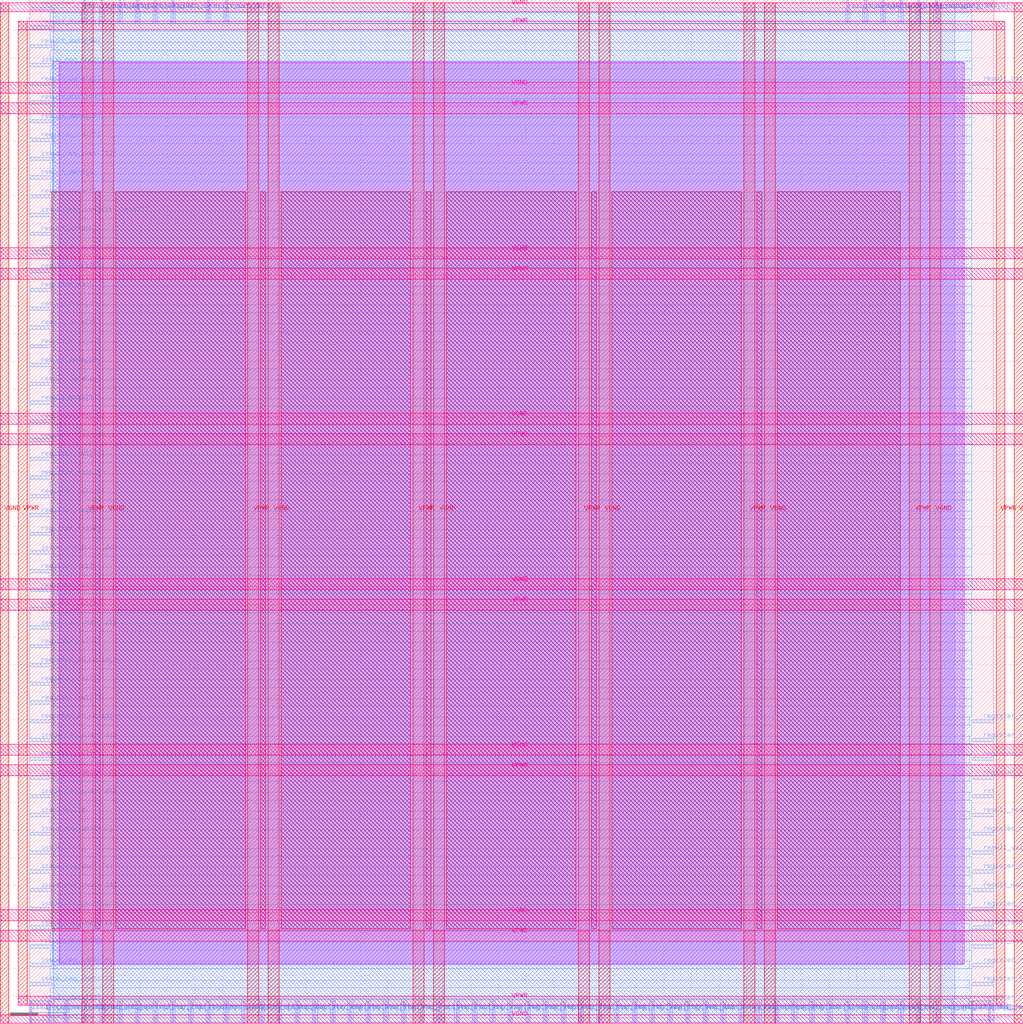
<source format=lef>
VERSION 5.7 ;
  NOWIREEXTENSIONATPIN ON ;
  DIVIDERCHAR "/" ;
  BUSBITCHARS "[]" ;
MACRO cvxif_pau
  CLASS BLOCK ;
  FOREIGN cvxif_pau ;
  ORIGIN 0.000 0.000 ;
  SIZE 174.860 BY 185.580 ;
  PIN VGND
    DIRECTION INOUT ;
    USE GROUND ;
    PORT
      LAYER met4 ;
        RECT -5.380 -0.020 -3.780 184.980 ;
    END
    PORT
      LAYER met5 ;
        RECT -5.380 -0.020 180.180 1.580 ;
    END
    PORT
      LAYER met5 ;
        RECT -5.380 183.380 180.180 184.980 ;
    END
    PORT
      LAYER met4 ;
        RECT 178.580 -0.020 180.180 184.980 ;
    END
    PORT
      LAYER met4 ;
        RECT 13.220 -0.020 15.220 184.980 ;
    END
    PORT
      LAYER met4 ;
        RECT 43.220 -0.020 45.220 184.980 ;
    END
    PORT
      LAYER met4 ;
        RECT 73.220 -0.020 75.220 184.980 ;
    END
    PORT
      LAYER met4 ;
        RECT 103.220 -0.020 105.220 184.980 ;
    END
    PORT
      LAYER met4 ;
        RECT 133.220 -0.020 135.220 184.980 ;
    END
    PORT
      LAYER met4 ;
        RECT 163.220 -0.020 165.220 184.980 ;
    END
    PORT
      LAYER met5 ;
        RECT -5.380 18.580 180.180 20.580 ;
    END
    PORT
      LAYER met5 ;
        RECT -5.380 48.580 180.180 50.580 ;
    END
    PORT
      LAYER met5 ;
        RECT -5.380 78.580 180.180 80.580 ;
    END
    PORT
      LAYER met5 ;
        RECT -5.380 108.580 180.180 110.580 ;
    END
    PORT
      LAYER met5 ;
        RECT -5.380 138.580 180.180 140.580 ;
    END
    PORT
      LAYER met5 ;
        RECT -5.380 168.580 180.180 170.580 ;
    END
  END VGND
  PIN VPWR
    DIRECTION INOUT ;
    USE POWER ;
    PORT
      LAYER met4 ;
        RECT -2.080 3.280 -0.480 181.680 ;
    END
    PORT
      LAYER met5 ;
        RECT -2.080 3.280 176.880 4.880 ;
    END
    PORT
      LAYER met5 ;
        RECT -2.080 180.080 176.880 181.680 ;
    END
    PORT
      LAYER met4 ;
        RECT 175.280 3.280 176.880 181.680 ;
    END
    PORT
      LAYER met4 ;
        RECT 9.520 -0.020 11.520 184.980 ;
    END
    PORT
      LAYER met4 ;
        RECT 39.520 -0.020 41.520 184.980 ;
    END
    PORT
      LAYER met4 ;
        RECT 69.520 -0.020 71.520 184.980 ;
    END
    PORT
      LAYER met4 ;
        RECT 99.520 -0.020 101.520 184.980 ;
    END
    PORT
      LAYER met4 ;
        RECT 129.520 -0.020 131.520 184.980 ;
    END
    PORT
      LAYER met4 ;
        RECT 159.520 -0.020 161.520 184.980 ;
    END
    PORT
      LAYER met5 ;
        RECT -5.380 14.880 180.180 16.880 ;
    END
    PORT
      LAYER met5 ;
        RECT -5.380 44.880 180.180 46.880 ;
    END
    PORT
      LAYER met5 ;
        RECT -5.380 74.880 180.180 76.880 ;
    END
    PORT
      LAYER met5 ;
        RECT -5.380 104.880 180.180 106.880 ;
    END
    PORT
      LAYER met5 ;
        RECT -5.380 134.880 180.180 136.880 ;
    END
    PORT
      LAYER met5 ;
        RECT -5.380 164.880 180.180 166.880 ;
    END
  END VPWR
  PIN clk
    DIRECTION INPUT ;
    USE SIGNAL ;
    ANTENNAGATEAREA 0.852000 ;
    PORT
      LAYER met2 ;
        RECT 16.190 0.000 16.470 4.000 ;
    END
  END clk
  PIN issue_ready
    DIRECTION OUTPUT ;
    USE SIGNAL ;
    ANTENNADIFFAREA 0.340600 ;
    PORT
      LAYER met3 ;
        RECT 0.000 30.640 4.000 31.240 ;
    END
  END issue_ready
  PIN issue_req_instr[0]
    DIRECTION INPUT ;
    USE SIGNAL ;
    ANTENNAGATEAREA 0.196500 ;
    PORT
      LAYER met3 ;
        RECT 0.000 17.040 4.000 17.640 ;
    END
  END issue_req_instr[0]
  PIN issue_req_instr[10]
    DIRECTION INPUT ;
    USE SIGNAL ;
    PORT
      LAYER met2 ;
        RECT 170.750 0.000 171.030 4.000 ;
    END
  END issue_req_instr[10]
  PIN issue_req_instr[11]
    DIRECTION INPUT ;
    USE SIGNAL ;
    PORT
      LAYER met2 ;
        RECT 154.650 0.000 154.930 4.000 ;
    END
  END issue_req_instr[11]
  PIN issue_req_instr[12]
    DIRECTION INPUT ;
    USE SIGNAL ;
    ANTENNAGATEAREA 0.126000 ;
    PORT
      LAYER met3 ;
        RECT 0.000 156.440 4.000 157.040 ;
    END
  END issue_req_instr[12]
  PIN issue_req_instr[13]
    DIRECTION INPUT ;
    USE SIGNAL ;
    ANTENNAGATEAREA 0.196500 ;
    PORT
      LAYER met3 ;
        RECT 0.000 71.440 4.000 72.040 ;
    END
  END issue_req_instr[13]
  PIN issue_req_instr[14]
    DIRECTION INPUT ;
    USE SIGNAL ;
    ANTENNAGATEAREA 0.196500 ;
    PORT
      LAYER met3 ;
        RECT 0.000 23.840 4.000 24.440 ;
    END
  END issue_req_instr[14]
  PIN issue_req_instr[15]
    DIRECTION INPUT ;
    USE SIGNAL ;
    PORT
      LAYER met2 ;
        RECT 148.210 0.000 148.490 4.000 ;
    END
  END issue_req_instr[15]
  PIN issue_req_instr[16]
    DIRECTION INPUT ;
    USE SIGNAL ;
    PORT
      LAYER met2 ;
        RECT 164.310 0.000 164.590 4.000 ;
    END
  END issue_req_instr[16]
  PIN issue_req_instr[17]
    DIRECTION INPUT ;
    USE SIGNAL ;
    PORT
      LAYER met2 ;
        RECT 144.990 0.000 145.270 4.000 ;
    END
  END issue_req_instr[17]
  PIN issue_req_instr[18]
    DIRECTION INPUT ;
    USE SIGNAL ;
    PORT
      LAYER met2 ;
        RECT 29.070 0.000 29.350 4.000 ;
    END
  END issue_req_instr[18]
  PIN issue_req_instr[19]
    DIRECTION INPUT ;
    USE SIGNAL ;
    PORT
      LAYER met2 ;
        RECT 38.730 0.000 39.010 4.000 ;
    END
  END issue_req_instr[19]
  PIN issue_req_instr[1]
    DIRECTION INPUT ;
    USE SIGNAL ;
    ANTENNAGATEAREA 0.196500 ;
    PORT
      LAYER met3 ;
        RECT 0.000 6.840 4.000 7.440 ;
    END
  END issue_req_instr[1]
  PIN issue_req_instr[20]
    DIRECTION INPUT ;
    USE SIGNAL ;
    PORT
      LAYER met2 ;
        RECT 0.090 0.000 0.370 4.000 ;
    END
  END issue_req_instr[20]
  PIN issue_req_instr[21]
    DIRECTION INPUT ;
    USE SIGNAL ;
    PORT
      LAYER met2 ;
        RECT 161.090 0.000 161.370 4.000 ;
    END
  END issue_req_instr[21]
  PIN issue_req_instr[22]
    DIRECTION INPUT ;
    USE SIGNAL ;
    PORT
      LAYER met2 ;
        RECT 6.530 0.000 6.810 4.000 ;
    END
  END issue_req_instr[22]
  PIN issue_req_instr[23]
    DIRECTION INPUT ;
    USE SIGNAL ;
    PORT
      LAYER met2 ;
        RECT 35.510 0.000 35.790 4.000 ;
    END
  END issue_req_instr[23]
  PIN issue_req_instr[24]
    DIRECTION INPUT ;
    USE SIGNAL ;
    PORT
      LAYER met2 ;
        RECT 128.890 0.000 129.170 4.000 ;
    END
  END issue_req_instr[24]
  PIN issue_req_instr[25]
    DIRECTION INPUT ;
    USE SIGNAL ;
    PORT
      LAYER met2 ;
        RECT 125.670 0.000 125.950 4.000 ;
    END
  END issue_req_instr[25]
  PIN issue_req_instr[26]
    DIRECTION INPUT ;
    USE SIGNAL ;
    PORT
      LAYER met2 ;
        RECT 157.870 0.000 158.150 4.000 ;
    END
  END issue_req_instr[26]
  PIN issue_req_instr[27]
    DIRECTION INPUT ;
    USE SIGNAL ;
    ANTENNAGATEAREA 0.196500 ;
    PORT
      LAYER met3 ;
        RECT 0.000 40.840 4.000 41.440 ;
    END
  END issue_req_instr[27]
  PIN issue_req_instr[28]
    DIRECTION INPUT ;
    USE SIGNAL ;
    ANTENNAGATEAREA 0.196500 ;
    PORT
      LAYER met3 ;
        RECT 0.000 173.440 4.000 174.040 ;
    END
  END issue_req_instr[28]
  PIN issue_req_instr[29]
    DIRECTION INPUT ;
    USE SIGNAL ;
    ANTENNAGATEAREA 0.196500 ;
    PORT
      LAYER met3 ;
        RECT 0.000 85.040 4.000 85.640 ;
    END
  END issue_req_instr[29]
  PIN issue_req_instr[2]
    DIRECTION INPUT ;
    USE SIGNAL ;
    ANTENNAGATEAREA 0.196500 ;
    PORT
      LAYER met3 ;
        RECT 0.000 139.440 4.000 140.040 ;
    END
  END issue_req_instr[2]
  PIN issue_req_instr[30]
    DIRECTION INPUT ;
    USE SIGNAL ;
    ANTENNAGATEAREA 0.196500 ;
    PORT
      LAYER met3 ;
        RECT 0.000 44.240 4.000 44.840 ;
    END
  END issue_req_instr[30]
  PIN issue_req_instr[31]
    DIRECTION INPUT ;
    USE SIGNAL ;
    ANTENNAGATEAREA 0.196500 ;
    PORT
      LAYER met3 ;
        RECT 0.000 51.040 4.000 51.640 ;
    END
  END issue_req_instr[31]
  PIN issue_req_instr[3]
    DIRECTION INPUT ;
    USE SIGNAL ;
    ANTENNAGATEAREA 0.196500 ;
    PORT
      LAYER met3 ;
        RECT 0.000 34.040 4.000 34.640 ;
    END
  END issue_req_instr[3]
  PIN issue_req_instr[4]
    DIRECTION INPUT ;
    USE SIGNAL ;
    ANTENNAGATEAREA 0.196500 ;
    PORT
      LAYER met3 ;
        RECT 0.000 27.240 4.000 27.840 ;
    END
  END issue_req_instr[4]
  PIN issue_req_instr[5]
    DIRECTION INPUT ;
    USE SIGNAL ;
    ANTENNAGATEAREA 0.196500 ;
    PORT
      LAYER met3 ;
        RECT 0.000 10.240 4.000 10.840 ;
    END
  END issue_req_instr[5]
  PIN issue_req_instr[6]
    DIRECTION INPUT ;
    USE SIGNAL ;
    ANTENNAGATEAREA 0.196500 ;
    PORT
      LAYER met3 ;
        RECT 0.000 0.040 4.000 0.640 ;
    END
  END issue_req_instr[6]
  PIN issue_req_instr[7]
    DIRECTION INPUT ;
    USE SIGNAL ;
    PORT
      LAYER met2 ;
        RECT 173.970 0.000 174.250 4.000 ;
    END
  END issue_req_instr[7]
  PIN issue_req_instr[8]
    DIRECTION INPUT ;
    USE SIGNAL ;
    PORT
      LAYER met2 ;
        RECT 12.970 0.000 13.250 4.000 ;
    END
  END issue_req_instr[8]
  PIN issue_req_instr[9]
    DIRECTION INPUT ;
    USE SIGNAL ;
    PORT
      LAYER met2 ;
        RECT 9.750 0.000 10.030 4.000 ;
    END
  END issue_req_instr[9]
  PIN issue_resp_accept
    DIRECTION OUTPUT ;
    USE SIGNAL ;
    ANTENNADIFFAREA 0.340600 ;
    PORT
      LAYER met3 ;
        RECT 0.000 20.440 4.000 21.040 ;
    END
  END issue_resp_accept
  PIN issue_resp_register_read[0]
    DIRECTION OUTPUT ;
    USE SIGNAL ;
    PORT
      LAYER met2 ;
        RECT 157.870 181.580 158.150 185.580 ;
    END
  END issue_resp_register_read[0]
  PIN issue_resp_register_read[1]
    DIRECTION OUTPUT ;
    USE SIGNAL ;
    ANTENNADIFFAREA 0.340600 ;
    PORT
      LAYER met3 ;
        RECT 0.000 146.240 4.000 146.840 ;
    END
  END issue_resp_register_read[1]
  PIN issue_resp_writeback
    DIRECTION OUTPUT ;
    USE SIGNAL ;
    PORT
      LAYER met3 ;
        RECT 170.860 17.040 174.860 17.640 ;
    END
  END issue_resp_writeback
  PIN issue_valid
    DIRECTION INPUT ;
    USE SIGNAL ;
    ANTENNAGATEAREA 0.196500 ;
    PORT
      LAYER met3 ;
        RECT 0.000 37.440 4.000 38.040 ;
    END
  END issue_valid
  PIN register_ready
    DIRECTION OUTPUT ;
    USE SIGNAL ;
    PORT
      LAYER met3 ;
        RECT 0.000 183.640 4.000 184.240 ;
    END
  END register_ready
  PIN register_rs0[0]
    DIRECTION INPUT ;
    USE SIGNAL ;
    ANTENNAGATEAREA 0.196500 ;
    PORT
      LAYER met2 ;
        RECT 64.490 0.000 64.770 4.000 ;
    END
  END register_rs0[0]
  PIN register_rs0[10]
    DIRECTION INPUT ;
    USE SIGNAL ;
    ANTENNAGATEAREA 0.196500 ;
    PORT
      LAYER met2 ;
        RECT 87.030 0.000 87.310 4.000 ;
    END
  END register_rs0[10]
  PIN register_rs0[11]
    DIRECTION INPUT ;
    USE SIGNAL ;
    ANTENNAGATEAREA 0.196500 ;
    PORT
      LAYER met2 ;
        RECT 90.250 0.000 90.530 4.000 ;
    END
  END register_rs0[11]
  PIN register_rs0[12]
    DIRECTION INPUT ;
    USE SIGNAL ;
    ANTENNAGATEAREA 0.196500 ;
    PORT
      LAYER met2 ;
        RECT 74.150 0.000 74.430 4.000 ;
    END
  END register_rs0[12]
  PIN register_rs0[13]
    DIRECTION INPUT ;
    USE SIGNAL ;
    ANTENNAGATEAREA 0.196500 ;
    PORT
      LAYER met2 ;
        RECT 77.370 0.000 77.650 4.000 ;
    END
  END register_rs0[13]
  PIN register_rs0[14]
    DIRECTION INPUT ;
    USE SIGNAL ;
    ANTENNAGATEAREA 0.196500 ;
    PORT
      LAYER met2 ;
        RECT 41.950 0.000 42.230 4.000 ;
    END
  END register_rs0[14]
  PIN register_rs0[15]
    DIRECTION INPUT ;
    USE SIGNAL ;
    ANTENNAGATEAREA 0.196500 ;
    PORT
      LAYER met2 ;
        RECT 48.390 0.000 48.670 4.000 ;
    END
  END register_rs0[15]
  PIN register_rs0[16]
    DIRECTION INPUT ;
    USE SIGNAL ;
    PORT
      LAYER met2 ;
        RECT 112.790 0.000 113.070 4.000 ;
    END
  END register_rs0[16]
  PIN register_rs0[17]
    DIRECTION INPUT ;
    USE SIGNAL ;
    PORT
      LAYER met2 ;
        RECT 141.770 0.000 142.050 4.000 ;
    END
  END register_rs0[17]
  PIN register_rs0[18]
    DIRECTION INPUT ;
    USE SIGNAL ;
    PORT
      LAYER met2 ;
        RECT 22.630 0.000 22.910 4.000 ;
    END
  END register_rs0[18]
  PIN register_rs0[19]
    DIRECTION INPUT ;
    USE SIGNAL ;
    PORT
      LAYER met2 ;
        RECT 3.310 0.000 3.590 4.000 ;
    END
  END register_rs0[19]
  PIN register_rs0[1]
    DIRECTION INPUT ;
    USE SIGNAL ;
    ANTENNAGATEAREA 0.196500 ;
    PORT
      LAYER met2 ;
        RECT 61.270 0.000 61.550 4.000 ;
    END
  END register_rs0[1]
  PIN register_rs0[20]
    DIRECTION INPUT ;
    USE SIGNAL ;
    PORT
      LAYER met2 ;
        RECT 25.850 0.000 26.130 4.000 ;
    END
  END register_rs0[20]
  PIN register_rs0[21]
    DIRECTION INPUT ;
    USE SIGNAL ;
    PORT
      LAYER met2 ;
        RECT 167.530 0.000 167.810 4.000 ;
    END
  END register_rs0[21]
  PIN register_rs0[22]
    DIRECTION INPUT ;
    USE SIGNAL ;
    PORT
      LAYER met2 ;
        RECT 32.290 0.000 32.570 4.000 ;
    END
  END register_rs0[22]
  PIN register_rs0[23]
    DIRECTION INPUT ;
    USE SIGNAL ;
    PORT
      LAYER met2 ;
        RECT 83.810 0.000 84.090 4.000 ;
    END
  END register_rs0[23]
  PIN register_rs0[24]
    DIRECTION INPUT ;
    USE SIGNAL ;
    PORT
      LAYER met2 ;
        RECT 80.590 0.000 80.870 4.000 ;
    END
  END register_rs0[24]
  PIN register_rs0[25]
    DIRECTION INPUT ;
    USE SIGNAL ;
    PORT
      LAYER met2 ;
        RECT 151.430 0.000 151.710 4.000 ;
    END
  END register_rs0[25]
  PIN register_rs0[26]
    DIRECTION INPUT ;
    USE SIGNAL ;
    PORT
      LAYER met2 ;
        RECT 135.330 0.000 135.610 4.000 ;
    END
  END register_rs0[26]
  PIN register_rs0[27]
    DIRECTION INPUT ;
    USE SIGNAL ;
    PORT
      LAYER met2 ;
        RECT 19.410 0.000 19.690 4.000 ;
    END
  END register_rs0[27]
  PIN register_rs0[28]
    DIRECTION INPUT ;
    USE SIGNAL ;
    PORT
      LAYER met2 ;
        RECT 116.010 0.000 116.290 4.000 ;
    END
  END register_rs0[28]
  PIN register_rs0[29]
    DIRECTION INPUT ;
    USE SIGNAL ;
    PORT
      LAYER met2 ;
        RECT 103.130 0.000 103.410 4.000 ;
    END
  END register_rs0[29]
  PIN register_rs0[2]
    DIRECTION INPUT ;
    USE SIGNAL ;
    ANTENNAGATEAREA 0.196500 ;
    PORT
      LAYER met2 ;
        RECT 70.930 0.000 71.210 4.000 ;
    END
  END register_rs0[2]
  PIN register_rs0[30]
    DIRECTION INPUT ;
    USE SIGNAL ;
    PORT
      LAYER met2 ;
        RECT 99.910 0.000 100.190 4.000 ;
    END
  END register_rs0[30]
  PIN register_rs0[31]
    DIRECTION INPUT ;
    USE SIGNAL ;
    PORT
      LAYER met2 ;
        RECT 109.570 0.000 109.850 4.000 ;
    END
  END register_rs0[31]
  PIN register_rs0[3]
    DIRECTION INPUT ;
    USE SIGNAL ;
    ANTENNAGATEAREA 0.196500 ;
    PORT
      LAYER met2 ;
        RECT 45.170 0.000 45.450 4.000 ;
    END
  END register_rs0[3]
  PIN register_rs0[4]
    DIRECTION INPUT ;
    USE SIGNAL ;
    ANTENNAGATEAREA 0.196500 ;
    PORT
      LAYER met2 ;
        RECT 51.610 0.000 51.890 4.000 ;
    END
  END register_rs0[4]
  PIN register_rs0[5]
    DIRECTION INPUT ;
    USE SIGNAL ;
    ANTENNAGATEAREA 0.196500 ;
    PORT
      LAYER met2 ;
        RECT 67.710 0.000 67.990 4.000 ;
    END
  END register_rs0[5]
  PIN register_rs0[6]
    DIRECTION INPUT ;
    USE SIGNAL ;
    ANTENNAGATEAREA 0.196500 ;
    PORT
      LAYER met2 ;
        RECT 54.830 0.000 55.110 4.000 ;
    END
  END register_rs0[6]
  PIN register_rs0[7]
    DIRECTION INPUT ;
    USE SIGNAL ;
    ANTENNAGATEAREA 0.196500 ;
    PORT
      LAYER met2 ;
        RECT 58.050 0.000 58.330 4.000 ;
    END
  END register_rs0[7]
  PIN register_rs0[8]
    DIRECTION INPUT ;
    USE SIGNAL ;
    ANTENNAGATEAREA 0.196500 ;
    PORT
      LAYER met2 ;
        RECT 96.690 0.000 96.970 4.000 ;
    END
  END register_rs0[8]
  PIN register_rs0[9]
    DIRECTION INPUT ;
    USE SIGNAL ;
    ANTENNAGATEAREA 0.196500 ;
    PORT
      LAYER met2 ;
        RECT 93.470 0.000 93.750 4.000 ;
    END
  END register_rs0[9]
  PIN register_rs1[0]
    DIRECTION INPUT ;
    USE SIGNAL ;
    ANTENNAGATEAREA 0.196500 ;
    PORT
      LAYER met3 ;
        RECT 0.000 78.240 4.000 78.840 ;
    END
  END register_rs1[0]
  PIN register_rs1[10]
    DIRECTION INPUT ;
    USE SIGNAL ;
    ANTENNAGATEAREA 0.196500 ;
    PORT
      LAYER met3 ;
        RECT 0.000 102.040 4.000 102.640 ;
    END
  END register_rs1[10]
  PIN register_rs1[11]
    DIRECTION INPUT ;
    USE SIGNAL ;
    ANTENNAGATEAREA 0.196500 ;
    PORT
      LAYER met3 ;
        RECT 0.000 136.040 4.000 136.640 ;
    END
  END register_rs1[11]
  PIN register_rs1[12]
    DIRECTION INPUT ;
    USE SIGNAL ;
    ANTENNAGATEAREA 0.196500 ;
    PORT
      LAYER met3 ;
        RECT 0.000 132.640 4.000 133.240 ;
    END
  END register_rs1[12]
  PIN register_rs1[13]
    DIRECTION INPUT ;
    USE SIGNAL ;
    ANTENNAGATEAREA 0.196500 ;
    PORT
      LAYER met3 ;
        RECT 0.000 108.840 4.000 109.440 ;
    END
  END register_rs1[13]
  PIN register_rs1[14]
    DIRECTION INPUT ;
    USE SIGNAL ;
    ANTENNAGATEAREA 0.196500 ;
    PORT
      LAYER met3 ;
        RECT 0.000 105.440 4.000 106.040 ;
    END
  END register_rs1[14]
  PIN register_rs1[15]
    DIRECTION INPUT ;
    USE SIGNAL ;
    ANTENNAGATEAREA 0.196500 ;
    PORT
      LAYER met3 ;
        RECT 0.000 95.240 4.000 95.840 ;
    END
  END register_rs1[15]
  PIN register_rs1[16]
    DIRECTION INPUT ;
    USE SIGNAL ;
    PORT
      LAYER met2 ;
        RECT 106.350 0.000 106.630 4.000 ;
    END
  END register_rs1[16]
  PIN register_rs1[17]
    DIRECTION INPUT ;
    USE SIGNAL ;
    PORT
      LAYER met2 ;
        RECT 132.110 0.000 132.390 4.000 ;
    END
  END register_rs1[17]
  PIN register_rs1[18]
    DIRECTION INPUT ;
    USE SIGNAL ;
    PORT
      LAYER met2 ;
        RECT 138.550 0.000 138.830 4.000 ;
    END
  END register_rs1[18]
  PIN register_rs1[19]
    DIRECTION INPUT ;
    USE SIGNAL ;
    PORT
      LAYER met2 ;
        RECT 122.450 0.000 122.730 4.000 ;
    END
  END register_rs1[19]
  PIN register_rs1[1]
    DIRECTION INPUT ;
    USE SIGNAL ;
    ANTENNAGATEAREA 0.196500 ;
    PORT
      LAYER met3 ;
        RECT 0.000 98.640 4.000 99.240 ;
    END
  END register_rs1[1]
  PIN register_rs1[20]
    DIRECTION INPUT ;
    USE SIGNAL ;
    PORT
      LAYER met2 ;
        RECT 119.230 0.000 119.510 4.000 ;
    END
  END register_rs1[20]
  PIN register_rs1[21]
    DIRECTION INPUT ;
    USE SIGNAL ;
    PORT
      LAYER met3 ;
        RECT 170.860 54.440 174.860 55.040 ;
    END
  END register_rs1[21]
  PIN register_rs1[22]
    DIRECTION INPUT ;
    USE SIGNAL ;
    PORT
      LAYER met3 ;
        RECT 170.860 6.840 174.860 7.440 ;
    END
  END register_rs1[22]
  PIN register_rs1[23]
    DIRECTION INPUT ;
    USE SIGNAL ;
    PORT
      LAYER met3 ;
        RECT 170.860 20.440 174.860 21.040 ;
    END
  END register_rs1[23]
  PIN register_rs1[24]
    DIRECTION INPUT ;
    USE SIGNAL ;
    PORT
      LAYER met3 ;
        RECT 170.860 10.240 174.860 10.840 ;
    END
  END register_rs1[24]
  PIN register_rs1[25]
    DIRECTION INPUT ;
    USE SIGNAL ;
    PORT
      LAYER met3 ;
        RECT 170.860 0.040 174.860 0.640 ;
    END
  END register_rs1[25]
  PIN register_rs1[26]
    DIRECTION INPUT ;
    USE SIGNAL ;
    PORT
      LAYER met3 ;
        RECT 170.860 44.240 174.860 44.840 ;
    END
  END register_rs1[26]
  PIN register_rs1[27]
    DIRECTION INPUT ;
    USE SIGNAL ;
    PORT
      LAYER met3 ;
        RECT 170.860 3.440 174.860 4.040 ;
    END
  END register_rs1[27]
  PIN register_rs1[28]
    DIRECTION INPUT ;
    USE SIGNAL ;
    PORT
      LAYER met3 ;
        RECT 170.860 27.240 174.860 27.840 ;
    END
  END register_rs1[28]
  PIN register_rs1[29]
    DIRECTION INPUT ;
    USE SIGNAL ;
    PORT
      LAYER met3 ;
        RECT 170.860 51.040 174.860 51.640 ;
    END
  END register_rs1[29]
  PIN register_rs1[2]
    DIRECTION INPUT ;
    USE SIGNAL ;
    ANTENNAGATEAREA 0.196500 ;
    PORT
      LAYER met3 ;
        RECT 0.000 159.840 4.000 160.440 ;
    END
  END register_rs1[2]
  PIN register_rs1[30]
    DIRECTION INPUT ;
    USE SIGNAL ;
    PORT
      LAYER met3 ;
        RECT 170.860 34.040 174.860 34.640 ;
    END
  END register_rs1[30]
  PIN register_rs1[31]
    DIRECTION INPUT ;
    USE SIGNAL ;
    PORT
      LAYER met3 ;
        RECT 170.860 47.640 174.860 48.240 ;
    END
  END register_rs1[31]
  PIN register_rs1[3]
    DIRECTION INPUT ;
    USE SIGNAL ;
    ANTENNAGATEAREA 0.196500 ;
    PORT
      LAYER met3 ;
        RECT 0.000 57.840 4.000 58.440 ;
    END
  END register_rs1[3]
  PIN register_rs1[4]
    DIRECTION INPUT ;
    USE SIGNAL ;
    ANTENNAGATEAREA 0.196500 ;
    PORT
      LAYER met3 ;
        RECT 0.000 74.840 4.000 75.440 ;
    END
  END register_rs1[4]
  PIN register_rs1[5]
    DIRECTION INPUT ;
    USE SIGNAL ;
    ANTENNAGATEAREA 0.196500 ;
    PORT
      LAYER met3 ;
        RECT 0.000 68.040 4.000 68.640 ;
    END
  END register_rs1[5]
  PIN register_rs1[6]
    DIRECTION INPUT ;
    USE SIGNAL ;
    ANTENNAGATEAREA 0.196500 ;
    PORT
      LAYER met3 ;
        RECT 0.000 81.640 4.000 82.240 ;
    END
  END register_rs1[6]
  PIN register_rs1[7]
    DIRECTION INPUT ;
    USE SIGNAL ;
    ANTENNAGATEAREA 0.196500 ;
    PORT
      LAYER met3 ;
        RECT 0.000 61.240 4.000 61.840 ;
    END
  END register_rs1[7]
  PIN register_rs1[8]
    DIRECTION INPUT ;
    USE SIGNAL ;
    ANTENNAGATEAREA 0.196500 ;
    PORT
      LAYER met3 ;
        RECT 0.000 88.440 4.000 89.040 ;
    END
  END register_rs1[8]
  PIN register_rs1[9]
    DIRECTION INPUT ;
    USE SIGNAL ;
    ANTENNAGATEAREA 0.196500 ;
    PORT
      LAYER met3 ;
        RECT 0.000 91.840 4.000 92.440 ;
    END
  END register_rs1[9]
  PIN register_rs_valid[0]
    DIRECTION INPUT ;
    USE SIGNAL ;
    ANTENNAGATEAREA 0.196500 ;
    PORT
      LAYER met3 ;
        RECT 0.000 54.440 4.000 55.040 ;
    END
  END register_rs_valid[0]
  PIN register_rs_valid[1]
    DIRECTION INPUT ;
    USE SIGNAL ;
    ANTENNAGATEAREA 0.196500 ;
    PORT
      LAYER met3 ;
        RECT 0.000 64.640 4.000 65.240 ;
    END
  END register_rs_valid[1]
  PIN register_valid
    DIRECTION INPUT ;
    USE SIGNAL ;
    ANTENNAGATEAREA 0.196500 ;
    PORT
      LAYER met3 ;
        RECT 0.000 47.640 4.000 48.240 ;
    END
  END register_valid
  PIN result_data[0]
    DIRECTION OUTPUT ;
    USE SIGNAL ;
    ANTENNADIFFAREA 0.340600 ;
    PORT
      LAYER met2 ;
        RECT 35.510 181.580 35.790 185.580 ;
    END
  END result_data[0]
  PIN result_data[10]
    DIRECTION OUTPUT ;
    USE SIGNAL ;
    ANTENNADIFFAREA 0.340600 ;
    PORT
      LAYER met3 ;
        RECT 0.000 129.240 4.000 129.840 ;
    END
  END result_data[10]
  PIN result_data[11]
    DIRECTION OUTPUT ;
    USE SIGNAL ;
    ANTENNADIFFAREA 0.340600 ;
    PORT
      LAYER met3 ;
        RECT 0.000 122.440 4.000 123.040 ;
    END
  END result_data[11]
  PIN result_data[12]
    DIRECTION OUTPUT ;
    USE SIGNAL ;
    ANTENNADIFFAREA 0.340600 ;
    PORT
      LAYER met3 ;
        RECT 0.000 112.240 4.000 112.840 ;
    END
  END result_data[12]
  PIN result_data[13]
    DIRECTION OUTPUT ;
    USE SIGNAL ;
    ANTENNADIFFAREA 0.340600 ;
    PORT
      LAYER met3 ;
        RECT 0.000 125.840 4.000 126.440 ;
    END
  END result_data[13]
  PIN result_data[14]
    DIRECTION OUTPUT ;
    USE SIGNAL ;
    ANTENNADIFFAREA 0.340600 ;
    PORT
      LAYER met3 ;
        RECT 0.000 115.640 4.000 116.240 ;
    END
  END result_data[14]
  PIN result_data[15]
    DIRECTION OUTPUT ;
    USE SIGNAL ;
    ANTENNADIFFAREA 0.340600 ;
    PORT
      LAYER met3 ;
        RECT 0.000 119.040 4.000 119.640 ;
    END
  END result_data[15]
  PIN result_data[16]
    DIRECTION OUTPUT ;
    USE SIGNAL ;
    PORT
      LAYER met3 ;
        RECT 170.860 170.040 174.860 170.640 ;
    END
  END result_data[16]
  PIN result_data[17]
    DIRECTION OUTPUT ;
    USE SIGNAL ;
    PORT
      LAYER met3 ;
        RECT 0.000 170.040 4.000 170.640 ;
    END
  END result_data[17]
  PIN result_data[18]
    DIRECTION OUTPUT ;
    USE SIGNAL ;
    PORT
      LAYER met3 ;
        RECT 170.860 23.840 174.860 24.440 ;
    END
  END result_data[18]
  PIN result_data[19]
    DIRECTION OUTPUT ;
    USE SIGNAL ;
    PORT
      LAYER met3 ;
        RECT 170.860 13.640 174.860 14.240 ;
    END
  END result_data[19]
  PIN result_data[1]
    DIRECTION OUTPUT ;
    USE SIGNAL ;
    ANTENNADIFFAREA 0.340600 ;
    PORT
      LAYER met2 ;
        RECT 25.850 181.580 26.130 185.580 ;
    END
  END result_data[1]
  PIN result_data[20]
    DIRECTION OUTPUT ;
    USE SIGNAL ;
    PORT
      LAYER met2 ;
        RECT 151.430 181.580 151.710 185.580 ;
    END
  END result_data[20]
  PIN result_data[21]
    DIRECTION OUTPUT ;
    USE SIGNAL ;
    PORT
      LAYER met2 ;
        RECT 16.190 181.580 16.470 185.580 ;
    END
  END result_data[21]
  PIN result_data[22]
    DIRECTION OUTPUT ;
    USE SIGNAL ;
    PORT
      LAYER met3 ;
        RECT 0.000 3.440 4.000 4.040 ;
    END
  END result_data[22]
  PIN result_data[23]
    DIRECTION OUTPUT ;
    USE SIGNAL ;
    PORT
      LAYER met3 ;
        RECT 0.000 166.640 4.000 167.240 ;
    END
  END result_data[23]
  PIN result_data[24]
    DIRECTION OUTPUT ;
    USE SIGNAL ;
    PORT
      LAYER met3 ;
        RECT 0.000 13.640 4.000 14.240 ;
    END
  END result_data[24]
  PIN result_data[25]
    DIRECTION OUTPUT ;
    USE SIGNAL ;
    PORT
      LAYER met3 ;
        RECT 0.000 163.240 4.000 163.840 ;
    END
  END result_data[25]
  PIN result_data[26]
    DIRECTION OUTPUT ;
    USE SIGNAL ;
    PORT
      LAYER met2 ;
        RECT 154.650 181.580 154.930 185.580 ;
    END
  END result_data[26]
  PIN result_data[27]
    DIRECTION OUTPUT ;
    USE SIGNAL ;
    PORT
      LAYER met2 ;
        RECT 148.210 181.580 148.490 185.580 ;
    END
  END result_data[27]
  PIN result_data[28]
    DIRECTION OUTPUT ;
    USE SIGNAL ;
    PORT
      LAYER met2 ;
        RECT 161.090 181.580 161.370 185.580 ;
    END
  END result_data[28]
  PIN result_data[29]
    DIRECTION OUTPUT ;
    USE SIGNAL ;
    PORT
      LAYER met2 ;
        RECT 164.310 181.580 164.590 185.580 ;
    END
  END result_data[29]
  PIN result_data[2]
    DIRECTION OUTPUT ;
    USE SIGNAL ;
    ANTENNADIFFAREA 0.340600 ;
    PORT
      LAYER met2 ;
        RECT 32.290 181.580 32.570 185.580 ;
    END
  END result_data[2]
  PIN result_data[30]
    DIRECTION OUTPUT ;
    USE SIGNAL ;
    PORT
      LAYER met3 ;
        RECT 0.000 176.840 4.000 177.440 ;
    END
  END result_data[30]
  PIN result_data[31]
    DIRECTION OUTPUT ;
    USE SIGNAL ;
    PORT
      LAYER met3 ;
        RECT 0.000 180.240 4.000 180.840 ;
    END
  END result_data[31]
  PIN result_data[3]
    DIRECTION OUTPUT ;
    USE SIGNAL ;
    ANTENNADIFFAREA 0.340600 ;
    PORT
      LAYER met2 ;
        RECT 22.630 181.580 22.910 185.580 ;
    END
  END result_data[3]
  PIN result_data[4]
    DIRECTION OUTPUT ;
    USE SIGNAL ;
    ANTENNADIFFAREA 0.340600 ;
    PORT
      LAYER met3 ;
        RECT 0.000 153.040 4.000 153.640 ;
    END
  END result_data[4]
  PIN result_data[5]
    DIRECTION OUTPUT ;
    USE SIGNAL ;
    ANTENNADIFFAREA 0.340600 ;
    PORT
      LAYER met3 ;
        RECT 0.000 149.640 4.000 150.240 ;
    END
  END result_data[5]
  PIN result_data[6]
    DIRECTION OUTPUT ;
    USE SIGNAL ;
    ANTENNADIFFAREA 0.340600 ;
    PORT
      LAYER met3 ;
        RECT 0.000 142.840 4.000 143.440 ;
    END
  END result_data[6]
  PIN result_data[7]
    DIRECTION OUTPUT ;
    USE SIGNAL ;
    ANTENNADIFFAREA 0.340600 ;
    PORT
      LAYER met2 ;
        RECT 12.970 181.580 13.250 185.580 ;
    END
  END result_data[7]
  PIN result_data[8]
    DIRECTION OUTPUT ;
    USE SIGNAL ;
    ANTENNADIFFAREA 0.340600 ;
    PORT
      LAYER met2 ;
        RECT 9.750 181.580 10.030 185.580 ;
    END
  END result_data[8]
  PIN result_data[9]
    DIRECTION OUTPUT ;
    USE SIGNAL ;
    ANTENNADIFFAREA 0.340600 ;
    PORT
      LAYER met2 ;
        RECT 19.410 181.580 19.690 185.580 ;
    END
  END result_data[9]
  PIN result_ready
    DIRECTION INPUT ;
    USE SIGNAL ;
    ANTENNAGATEAREA 0.126000 ;
    PORT
      LAYER met3 ;
        RECT 170.860 37.440 174.860 38.040 ;
    END
  END result_ready
  PIN result_valid
    DIRECTION OUTPUT ;
    USE SIGNAL ;
    ANTENNADIFFAREA 0.340600 ;
    PORT
      LAYER met3 ;
        RECT 170.860 30.640 174.860 31.240 ;
    END
  END result_valid
  PIN rst
    DIRECTION INPUT ;
    USE SIGNAL ;
    ANTENNAGATEAREA 0.213000 ;
    PORT
      LAYER met3 ;
        RECT 170.860 40.840 174.860 41.440 ;
    END
  END rst
  OBS
      LAYER nwell ;
        RECT 5.330 10.795 169.470 174.165 ;
      LAYER li1 ;
        RECT 5.520 10.795 169.280 174.165 ;
      LAYER met1 ;
        RECT 4.210 10.640 169.280 174.320 ;
      LAYER met2 ;
        RECT 4.230 181.300 9.470 184.125 ;
        RECT 10.310 181.300 12.690 184.125 ;
        RECT 13.530 181.300 15.910 184.125 ;
        RECT 16.750 181.300 19.130 184.125 ;
        RECT 19.970 181.300 22.350 184.125 ;
        RECT 23.190 181.300 25.570 184.125 ;
        RECT 26.410 181.300 32.010 184.125 ;
        RECT 32.850 181.300 35.230 184.125 ;
        RECT 36.070 181.300 147.930 184.125 ;
        RECT 148.770 181.300 151.150 184.125 ;
        RECT 151.990 181.300 154.370 184.125 ;
        RECT 155.210 181.300 157.590 184.125 ;
        RECT 158.430 181.300 160.810 184.125 ;
        RECT 161.650 181.300 164.030 184.125 ;
        RECT 164.870 181.300 167.810 184.125 ;
        RECT 4.230 4.280 167.810 181.300 ;
        RECT 4.230 0.155 6.250 4.280 ;
        RECT 7.090 0.155 9.470 4.280 ;
        RECT 10.310 0.155 12.690 4.280 ;
        RECT 13.530 0.155 15.910 4.280 ;
        RECT 16.750 0.155 19.130 4.280 ;
        RECT 19.970 0.155 22.350 4.280 ;
        RECT 23.190 0.155 25.570 4.280 ;
        RECT 26.410 0.155 28.790 4.280 ;
        RECT 29.630 0.155 32.010 4.280 ;
        RECT 32.850 0.155 35.230 4.280 ;
        RECT 36.070 0.155 38.450 4.280 ;
        RECT 39.290 0.155 41.670 4.280 ;
        RECT 42.510 0.155 44.890 4.280 ;
        RECT 45.730 0.155 48.110 4.280 ;
        RECT 48.950 0.155 51.330 4.280 ;
        RECT 52.170 0.155 54.550 4.280 ;
        RECT 55.390 0.155 57.770 4.280 ;
        RECT 58.610 0.155 60.990 4.280 ;
        RECT 61.830 0.155 64.210 4.280 ;
        RECT 65.050 0.155 67.430 4.280 ;
        RECT 68.270 0.155 70.650 4.280 ;
        RECT 71.490 0.155 73.870 4.280 ;
        RECT 74.710 0.155 77.090 4.280 ;
        RECT 77.930 0.155 80.310 4.280 ;
        RECT 81.150 0.155 83.530 4.280 ;
        RECT 84.370 0.155 86.750 4.280 ;
        RECT 87.590 0.155 89.970 4.280 ;
        RECT 90.810 0.155 93.190 4.280 ;
        RECT 94.030 0.155 96.410 4.280 ;
        RECT 97.250 0.155 99.630 4.280 ;
        RECT 100.470 0.155 102.850 4.280 ;
        RECT 103.690 0.155 106.070 4.280 ;
        RECT 106.910 0.155 109.290 4.280 ;
        RECT 110.130 0.155 112.510 4.280 ;
        RECT 113.350 0.155 115.730 4.280 ;
        RECT 116.570 0.155 118.950 4.280 ;
        RECT 119.790 0.155 122.170 4.280 ;
        RECT 123.010 0.155 125.390 4.280 ;
        RECT 126.230 0.155 128.610 4.280 ;
        RECT 129.450 0.155 131.830 4.280 ;
        RECT 132.670 0.155 135.050 4.280 ;
        RECT 135.890 0.155 138.270 4.280 ;
        RECT 139.110 0.155 141.490 4.280 ;
        RECT 142.330 0.155 144.710 4.280 ;
        RECT 145.550 0.155 147.930 4.280 ;
        RECT 148.770 0.155 151.150 4.280 ;
        RECT 151.990 0.155 154.370 4.280 ;
        RECT 155.210 0.155 157.590 4.280 ;
        RECT 158.430 0.155 160.810 4.280 ;
        RECT 161.650 0.155 164.030 4.280 ;
        RECT 164.870 0.155 167.250 4.280 ;
      LAYER met3 ;
        RECT 4.400 183.240 170.860 184.105 ;
        RECT 3.750 181.240 170.860 183.240 ;
        RECT 4.400 179.840 170.860 181.240 ;
        RECT 3.750 177.840 170.860 179.840 ;
        RECT 4.400 176.440 170.860 177.840 ;
        RECT 3.750 174.440 170.860 176.440 ;
        RECT 4.400 173.040 170.860 174.440 ;
        RECT 3.750 171.040 170.860 173.040 ;
        RECT 4.400 169.640 170.460 171.040 ;
        RECT 3.750 167.640 170.860 169.640 ;
        RECT 4.400 166.240 170.860 167.640 ;
        RECT 3.750 164.240 170.860 166.240 ;
        RECT 4.400 162.840 170.860 164.240 ;
        RECT 3.750 160.840 170.860 162.840 ;
        RECT 4.400 159.440 170.860 160.840 ;
        RECT 3.750 157.440 170.860 159.440 ;
        RECT 4.400 156.040 170.860 157.440 ;
        RECT 3.750 154.040 170.860 156.040 ;
        RECT 4.400 152.640 170.860 154.040 ;
        RECT 3.750 150.640 170.860 152.640 ;
        RECT 4.400 149.240 170.860 150.640 ;
        RECT 3.750 147.240 170.860 149.240 ;
        RECT 4.400 145.840 170.860 147.240 ;
        RECT 3.750 143.840 170.860 145.840 ;
        RECT 4.400 142.440 170.860 143.840 ;
        RECT 3.750 140.440 170.860 142.440 ;
        RECT 4.400 139.040 170.860 140.440 ;
        RECT 3.750 137.040 170.860 139.040 ;
        RECT 4.400 135.640 170.860 137.040 ;
        RECT 3.750 133.640 170.860 135.640 ;
        RECT 4.400 132.240 170.860 133.640 ;
        RECT 3.750 130.240 170.860 132.240 ;
        RECT 4.400 128.840 170.860 130.240 ;
        RECT 3.750 126.840 170.860 128.840 ;
        RECT 4.400 125.440 170.860 126.840 ;
        RECT 3.750 123.440 170.860 125.440 ;
        RECT 4.400 122.040 170.860 123.440 ;
        RECT 3.750 120.040 170.860 122.040 ;
        RECT 4.400 118.640 170.860 120.040 ;
        RECT 3.750 116.640 170.860 118.640 ;
        RECT 4.400 115.240 170.860 116.640 ;
        RECT 3.750 113.240 170.860 115.240 ;
        RECT 4.400 111.840 170.860 113.240 ;
        RECT 3.750 109.840 170.860 111.840 ;
        RECT 4.400 108.440 170.860 109.840 ;
        RECT 3.750 106.440 170.860 108.440 ;
        RECT 4.400 105.040 170.860 106.440 ;
        RECT 3.750 103.040 170.860 105.040 ;
        RECT 4.400 101.640 170.860 103.040 ;
        RECT 3.750 99.640 170.860 101.640 ;
        RECT 4.400 98.240 170.860 99.640 ;
        RECT 3.750 96.240 170.860 98.240 ;
        RECT 4.400 94.840 170.860 96.240 ;
        RECT 3.750 92.840 170.860 94.840 ;
        RECT 4.400 91.440 170.860 92.840 ;
        RECT 3.750 89.440 170.860 91.440 ;
        RECT 4.400 88.040 170.860 89.440 ;
        RECT 3.750 86.040 170.860 88.040 ;
        RECT 4.400 84.640 170.860 86.040 ;
        RECT 3.750 82.640 170.860 84.640 ;
        RECT 4.400 81.240 170.860 82.640 ;
        RECT 3.750 79.240 170.860 81.240 ;
        RECT 4.400 77.840 170.860 79.240 ;
        RECT 3.750 75.840 170.860 77.840 ;
        RECT 4.400 74.440 170.860 75.840 ;
        RECT 3.750 72.440 170.860 74.440 ;
        RECT 4.400 71.040 170.860 72.440 ;
        RECT 3.750 69.040 170.860 71.040 ;
        RECT 4.400 67.640 170.860 69.040 ;
        RECT 3.750 65.640 170.860 67.640 ;
        RECT 4.400 64.240 170.860 65.640 ;
        RECT 3.750 62.240 170.860 64.240 ;
        RECT 4.400 60.840 170.860 62.240 ;
        RECT 3.750 58.840 170.860 60.840 ;
        RECT 4.400 57.440 170.860 58.840 ;
        RECT 3.750 55.440 170.860 57.440 ;
        RECT 4.400 54.040 170.460 55.440 ;
        RECT 3.750 52.040 170.860 54.040 ;
        RECT 4.400 50.640 170.460 52.040 ;
        RECT 3.750 48.640 170.860 50.640 ;
        RECT 4.400 47.240 170.460 48.640 ;
        RECT 3.750 45.240 170.860 47.240 ;
        RECT 4.400 43.840 170.460 45.240 ;
        RECT 3.750 41.840 170.860 43.840 ;
        RECT 4.400 40.440 170.460 41.840 ;
        RECT 3.750 38.440 170.860 40.440 ;
        RECT 4.400 37.040 170.460 38.440 ;
        RECT 3.750 35.040 170.860 37.040 ;
        RECT 4.400 33.640 170.460 35.040 ;
        RECT 3.750 31.640 170.860 33.640 ;
        RECT 4.400 30.240 170.460 31.640 ;
        RECT 3.750 28.240 170.860 30.240 ;
        RECT 4.400 26.840 170.460 28.240 ;
        RECT 3.750 24.840 170.860 26.840 ;
        RECT 4.400 23.440 170.460 24.840 ;
        RECT 3.750 21.440 170.860 23.440 ;
        RECT 4.400 20.040 170.460 21.440 ;
        RECT 3.750 18.040 170.860 20.040 ;
        RECT 4.400 16.640 170.460 18.040 ;
        RECT 3.750 14.640 170.860 16.640 ;
        RECT 4.400 13.240 170.460 14.640 ;
        RECT 3.750 11.240 170.860 13.240 ;
        RECT 4.400 9.840 170.460 11.240 ;
        RECT 3.750 7.840 170.860 9.840 ;
        RECT 4.400 6.440 170.460 7.840 ;
        RECT 3.750 4.440 170.860 6.440 ;
        RECT 4.400 3.040 170.460 4.440 ;
        RECT 3.750 1.040 170.860 3.040 ;
        RECT 4.400 0.175 170.460 1.040 ;
      LAYER met4 ;
        RECT 3.975 17.175 9.120 150.785 ;
        RECT 11.920 17.175 12.820 150.785 ;
        RECT 15.620 17.175 39.120 150.785 ;
        RECT 41.920 17.175 42.820 150.785 ;
        RECT 45.620 17.175 69.120 150.785 ;
        RECT 71.920 17.175 72.820 150.785 ;
        RECT 75.620 17.175 99.120 150.785 ;
        RECT 101.920 17.175 102.820 150.785 ;
        RECT 105.620 17.175 129.120 150.785 ;
        RECT 131.920 17.175 132.820 150.785 ;
        RECT 135.620 17.175 157.945 150.785 ;
  END
END cvxif_pau
END LIBRARY


</source>
